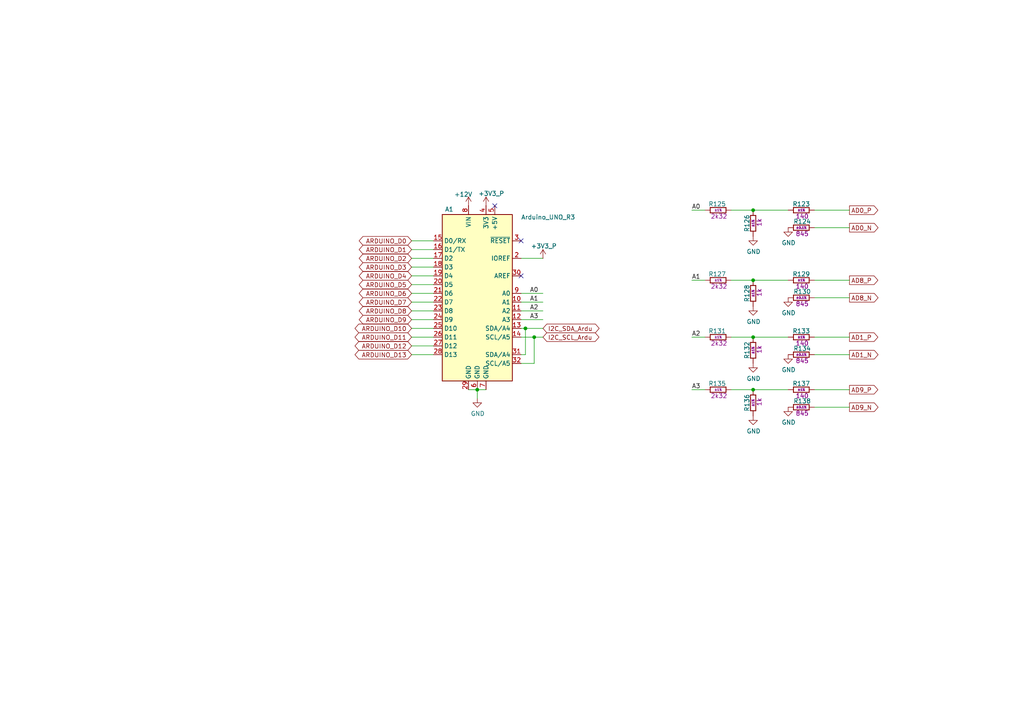
<source format=kicad_sch>
(kicad_sch (version 20250114) (generator "eeschema") (generator_version "9.0")
  (paper "A4")
  (title_block (date "2025-04-18") (rev "${rev}") (company "${name}") (comment 1 "${author}"))
  (lib_symbols
    (symbol "MCU_Module:Arduino_UNO_R3"
      (property "Reference" "A1" (at -9.398 24.384 0))
      (property "Value" "Arduino_UNO_R3" (at 12.7 22.098 0))
      (symbol "Arduino_UNO_R3_1_1"
        (pin bidirectional line (at -12.7 15.24 0) (length 2.54) (name "D0/RX") (number "15"))
        (pin bidirectional line (at -12.7 12.7 0) (length 2.54) (name "D1/TX") (number "16"))
        (pin bidirectional line (at -12.7 10.16 0) (length 2.54) (name "D2") (number "17"))
        (pin bidirectional line (at -12.7 7.62 0) (length 2.54) (name "D3") (number "18"))
        (pin bidirectional line (at -12.7 5.08 0) (length 2.54) (name "D4") (number "19"))
        (pin bidirectional line (at -12.7 2.54 0) (length 2.54) (name "D5") (number "20"))
        (pin bidirectional line (at -12.7 0 0) (length 2.54) (name "D6") (number "21"))
        (pin bidirectional line (at -12.7 -2.54 0) (length 2.54) (name "D7") (number "22"))
        (pin bidirectional line (at -12.7 -5.08 0) (length 2.54) (name "D8") (number "23"))
        (pin bidirectional line (at -12.7 -7.62 0) (length 2.54) (name "D9") (number "24"))
        (pin bidirectional line (at -12.7 -10.16 0) (length 2.54) (name "D10") (number "25"))
        (pin bidirectional line (at -12.7 -12.7 0) (length 2.54) (name "D11") (number "26"))
        (pin bidirectional line (at -12.7 -15.24 0) (length 2.54) (name "D12") (number "27"))
        (pin bidirectional line (at -12.7 -17.78 0) (length 2.54) (name "D13") (number "28"))
        (pin no_connect line (at -10.16 -20.32 0) (length 2.54) (hide yes) (name "NC") (number "1"))
        (pin power_in line (at -2.54 25.4 270) (length 2.54) (name "VIN") (number "8"))
        (pin power_in line (at -2.54 -27.94 90) (length 2.54) (name "GND") (number "29"))
        (pin power_in line (at 0 -27.94 90) (length 2.54) (name "GND") (number "6"))
        (pin power_in line (at 2.54 25.4 270) (length 2.54) (name "3V3") (number "4"))
        (pin power_in line (at 2.54 -27.94 90) (length 2.54) (name "GND") (number "7"))
        (pin power_out line (at 5.08 25.4 270) (length 2.54) (name "+5V") (number "5"))
        (pin input line (at 12.7 15.24 180) (length 2.54) (name "~{RESET}") (number "3"))
        (pin output line (at 12.7 10.16 180) (length 2.54) (name "IOREF") (number "2"))
        (pin input line (at 12.7 5.08 180) (length 2.54) (name "AREF") (number "30"))
        (pin bidirectional line (at 12.7 0 180) (length 2.54) (name "A0") (number "9"))
        (pin bidirectional line (at 12.7 -2.54 180) (length 2.54) (name "A1") (number "10"))
        (pin bidirectional line (at 12.7 -5.08 180) (length 2.54) (name "A2") (number "11"))
        (pin bidirectional line (at 12.7 -7.62 180) (length 2.54) (name "A3") (number "12"))
        (pin bidirectional line (at 12.7 -10.16 180) (length 2.54) (name "SDA/A4") (number "13"))
        (pin bidirectional line (at 12.7 -12.7 180) (length 2.54) (name "SCL/A5") (number "14"))
        (pin bidirectional line (at 12.7 -17.78 180) (length 2.54) (name "SDA/A4") (number "31"))
        (pin bidirectional line (at 12.7 -20.32 180) (length 2.54) (name "SCL/A5") (number "32"))
      )
    )
    (symbol "Resistors SMD:R0402_140R_1%_0.0625W_100PPM" (pin_names (offset 1.27))
      (property "Reference" "R" (at 3.81 1.778 0))
      (property "Tolerance" "±1%" (at 3.81 0 0))
      (property "Val" "140" (at 3.81 -1.778 0))
      (symbol "R0402_140R_1%_0.0625W_100PPM_0_1"
        (pin passive line (at 0 0 0) (length 1.524) (name "1") (number "1"))
        (pin passive line (at 7.62 0 180) (length 1.524) (name "2") (number "2"))
      )
    )
    (symbol "Resistors SMD:R0402_1K_1%_0.0625W_100PPM" (pin_names (offset 1.27))
      (property "Reference" "R" (at 3.81 1.778 0))
      (property "Tolerance" "±1%" (at 3.81 0 0))
      (property "Val" "1k" (at 3.81 -1.778 0))
      (symbol "R0402_1K_1%_0.0625W_100PPM_0_1"
        (pin passive line (at 0 0 0) (length 1.524) (name "1") (number "1"))
        (pin passive line (at 7.62 0 180) (length 1.524) (name "2") (number "2"))
      )
    )
    (symbol "Resistors SMD:R0402_2K_1%_0.0625W_100PPM" (pin_names (offset 1.27))
      (property "Reference" "R" (at 3.81 1.778 0))
      (property "Tolerance" "±1%" (at 3.81 0 0))
      (property "Val" "2k" (at 3.81 -1.778 0))
      (symbol "R0402_2K_1%_0.0625W_100PPM_0_1"
        (pin passive line (at 0 0 0) (length 1.524) (name "1") (number "1"))
        (pin passive line (at 7.62 0 180) (length 1.524) (name "2") (number "2"))
      )
    )
    (symbol "Resistors SMD:R0402_820R_0.1%_0.063W_25PPM" (pin_names (offset 1.27))
      (property "Reference" "R" (at 3.81 1.778 0))
      (property "Tolerance" "±0.1%" (at 3.81 0 0))
      (property "Val" "820" (at 3.81 -1.778 0))
      (symbol "R0402_820R_0.1%_0.063W_25PPM_0_1"
        (pin passive line (at 0 0 0) (length 1.524) (name "1") (number "1"))
        (pin passive line (at 7.62 0 180) (length 1.524) (name "2") (number "2"))
      )
    )
    (symbol "power:+12V" (power) (pin_numbers (hide yes)) (pin_names (offset 0) (hide yes))
      (property "Value" "+12V" (at 0 3.556 0))
      (symbol "+12V_1_1"
        (pin power_in line (at 0 0 90) (length 0) (name "~") (number "1"))
      )
    )
    (symbol "power:+1V0" (power) (pin_numbers (hide yes)) (pin_names (offset 0) (hide yes))
      (property "Value" "+1V0" (at 0 3.556 0))
      (symbol "+1V0_1_1"
        (pin power_in line (at 0 0 90) (length 0) (name "~") (number "1"))
      )
    )
    (symbol "power:GND" (power) (pin_names (offset 0))
      (property "Value" "GND" (at 0 -3.81 0))
      (symbol "GND_1_1"
        (pin power_in line (at 0 0 270) (length 0) (hide yes) (name "GND") (number "1"))
      )
    )
  )
  (junction (at 154.94 97.79))
  (junction (at 218.44 81.28))
  (junction (at 218.44 60.96))
  (junction (at 138.43 113.03))
  (junction (at 218.44 97.79))
  (junction (at 218.44 113.03))
  (junction (at 152.4 95.25))
  (no_connect (at 151.13 69.85))
  (no_connect (at 151.13 80.01))
  (no_connect (at 143.51 59.69))
  (wire (pts (xy 236.22 113.03) (xy 246.38 113.03)))
  (wire (pts (xy 212.09 97.79) (xy 218.44 97.79)))
  (wire (pts (xy 119.38 77.47) (xy 125.73 77.47)))
  (wire (pts (xy 212.09 113.03) (xy 218.44 113.03)))
  (wire (pts (xy 151.13 102.87) (xy 152.4 102.87)))
  (wire (pts (xy 151.13 97.79) (xy 154.94 97.79)))
  (wire (pts (xy 151.13 87.63) (xy 157.48 87.63)))
  (wire (pts (xy 236.22 66.04) (xy 246.38 66.04)))
  (wire (pts (xy 200.66 81.28) (xy 204.47 81.28)))
  (wire (pts (xy 200.66 113.03) (xy 204.47 113.03)))
  (wire (pts (xy 119.38 74.93) (xy 125.73 74.93)))
  (wire (pts (xy 119.38 97.79) (xy 125.73 97.79)))
  (wire (pts (xy 200.66 60.96) (xy 204.47 60.96)))
  (wire (pts (xy 236.22 86.36) (xy 246.38 86.36)))
  (wire (pts (xy 200.66 97.79) (xy 204.47 97.79)))
  (wire (pts (xy 151.13 90.17) (xy 157.48 90.17)))
  (wire (pts (xy 135.89 113.03) (xy 138.43 113.03)))
  (wire (pts (xy 119.38 90.17) (xy 125.73 90.17)))
  (wire (pts (xy 236.22 81.28) (xy 246.38 81.28)))
  (wire (pts (xy 151.13 92.71) (xy 157.48 92.71)))
  (wire (pts (xy 138.43 113.03) (xy 138.43 115.57)))
  (wire (pts (xy 236.22 97.79) (xy 246.38 97.79)))
  (wire (pts (xy 138.43 113.03) (xy 140.97 113.03)))
  (wire (pts (xy 212.09 60.96) (xy 218.44 60.96)))
  (wire (pts (xy 151.13 105.41) (xy 154.94 105.41)))
  (wire (pts (xy 218.44 113.03) (xy 228.6 113.03)))
  (wire (pts (xy 236.22 118.11) (xy 246.38 118.11)))
  (wire (pts (xy 152.4 102.87) (xy 152.4 95.25)))
  (wire (pts (xy 119.38 72.39) (xy 125.73 72.39)))
  (wire (pts (xy 151.13 85.09) (xy 157.48 85.09)))
  (wire (pts (xy 119.38 82.55) (xy 125.73 82.55)))
  (wire (pts (xy 218.44 81.28) (xy 228.6 81.28)))
  (wire (pts (xy 151.13 95.25) (xy 152.4 95.25)))
  (wire (pts (xy 119.38 69.85) (xy 125.73 69.85)))
  (wire (pts (xy 236.22 102.87) (xy 246.38 102.87)))
  (wire (pts (xy 119.38 100.33) (xy 125.73 100.33)))
  (wire (pts (xy 119.38 102.87) (xy 125.73 102.87)))
  (wire (pts (xy 154.94 97.79) (xy 154.94 105.41)))
  (wire (pts (xy 236.22 60.96) (xy 246.38 60.96)))
  (wire (pts (xy 218.44 97.79) (xy 228.6 97.79)))
  (wire (pts (xy 218.44 60.96) (xy 228.6 60.96)))
  (wire (pts (xy 119.38 80.01) (xy 125.73 80.01)))
  (wire (pts (xy 119.38 87.63) (xy 125.73 87.63)))
  (wire (pts (xy 119.38 95.25) (xy 125.73 95.25)))
  (wire (pts (xy 151.13 74.93) (xy 157.48 74.93)))
  (wire (pts (xy 154.94 97.79) (xy 157.48 97.79)))
  (wire (pts (xy 119.38 85.09) (xy 125.73 85.09)))
  (wire (pts (xy 119.38 92.71) (xy 125.73 92.71)))
  (wire (pts (xy 152.4 95.25) (xy 157.48 95.25)))
  (wire (pts (xy 212.09 81.28) (xy 218.44 81.28)))
  (label "A1" (at 153.67 87.63 0))
  (label "A1" (at 200.66 81.28 0))
  (label "A3" (at 153.67 92.71 0))
  (label "A0" (at 200.66 60.96 0))
  (label "A2" (at 200.66 97.79 0))
  (label "A3" (at 200.66 113.03 0))
  (label "A0" (at 153.67 85.09 0))
  (label "A2" (at 153.67 90.17 0))
  (global_label "I2C_SCL_Ardu" (shape bidirectional) (at 157.48 97.79 0) (property "Intersheetrefs" "${INTERSHEET_REFS}" (effects (hide yes))))
  (global_label "ARDUINO_D8" (shape bidirectional) (at 119.38 90.17 180) (property "Intersheetrefs" "${INTERSHEET_REFS}" (effects (hide yes))))
  (global_label "AD9_P" (shape output) (at 246.38 113.03 0) (property "Intersheetrefs" "${INTERSHEET_REFS}" (effects (hide yes))))
  (global_label "AD0_P" (shape output) (at 246.38 60.96 0) (property "Intersheetrefs" "${INTERSHEET_REFS}" (effects (hide yes))))
  (global_label "AD1_N" (shape output) (at 246.38 102.87 0) (property "Intersheetrefs" "${INTERSHEET_REFS}" (effects (hide yes))))
  (global_label "ARDUINO_D13" (shape bidirectional) (at 119.38 102.87 180) (property "Intersheetrefs" "${INTERSHEET_REFS}" (effects (hide yes))))
  (global_label "ARDUINO_D0" (shape bidirectional) (at 119.38 69.85 180) (property "Intersheetrefs" "${INTERSHEET_REFS}" (effects (hide yes))))
  (global_label "ARDUINO_D5" (shape bidirectional) (at 119.38 82.55 180) (property "Intersheetrefs" "${INTERSHEET_REFS}" (effects (hide yes))))
  (global_label "ARDUINO_D1" (shape bidirectional) (at 119.38 72.39 180) (property "Intersheetrefs" "${INTERSHEET_REFS}" (effects (hide yes))))
  (global_label "AD9_N" (shape output) (at 246.38 118.11 0) (property "Intersheetrefs" "${INTERSHEET_REFS}" (effects (hide yes))))
  (global_label "AD8_P" (shape output) (at 246.38 81.28 0) (property "Intersheetrefs" "${INTERSHEET_REFS}" (effects (hide yes))))
  (global_label "ARDUINO_D9" (shape bidirectional) (at 119.38 92.71 180) (property "Intersheetrefs" "${INTERSHEET_REFS}" (effects (hide yes))))
  (global_label "ARDUINO_D11" (shape bidirectional) (at 119.38 97.79 180) (property "Intersheetrefs" "${INTERSHEET_REFS}" (effects (hide yes))))
  (global_label "ARDUINO_D2" (shape bidirectional) (at 119.38 74.93 180) (property "Intersheetrefs" "${INTERSHEET_REFS}" (effects (hide yes))))
  (global_label "ARDUINO_D12" (shape bidirectional) (at 119.38 100.33 180) (property "Intersheetrefs" "${INTERSHEET_REFS}" (effects (hide yes))))
  (global_label "ARDUINO_D4" (shape bidirectional) (at 119.38 80.01 180) (property "Intersheetrefs" "${INTERSHEET_REFS}" (effects (hide yes))))
  (global_label "ARDUINO_D10" (shape bidirectional) (at 119.38 95.25 180) (property "Intersheetrefs" "${INTERSHEET_REFS}" (effects (hide yes))))
  (global_label "AD8_N" (shape output) (at 246.38 86.36 0) (property "Intersheetrefs" "${INTERSHEET_REFS}" (effects (hide yes))))
  (global_label "ARDUINO_D3" (shape bidirectional) (at 119.38 77.47 180) (property "Intersheetrefs" "${INTERSHEET_REFS}" (effects (hide yes))))
  (global_label "AD1_P" (shape output) (at 246.38 97.79 0) (property "Intersheetrefs" "${INTERSHEET_REFS}" (effects (hide yes))))
  (global_label "ARDUINO_D6" (shape bidirectional) (at 119.38 85.09 180) (property "Intersheetrefs" "${INTERSHEET_REFS}" (effects (hide yes))))
  (global_label "ARDUINO_D7" (shape bidirectional) (at 119.38 87.63 180) (property "Intersheetrefs" "${INTERSHEET_REFS}" (effects (hide yes))))
  (global_label "AD0_N" (shape output) (at 246.38 66.04 0) (property "Intersheetrefs" "${INTERSHEET_REFS}" (effects (hide yes))))
  (global_label "I2C_SDA_Ardu" (shape bidirectional) (at 157.48 95.25 0) (property "Intersheetrefs" "${INTERSHEET_REFS}" (effects (hide yes))))
  (symbol (lib_id "Resistors SMD:R0402_820R_0.1%_0.063W_25PPM") (at 228.6 102.87 0) (unit 1)
    (property "Reference" "R134" (at 232.664 101.092 0))
    (property "Value" "R0402_845R_0.1%_0.063W_25PPM" (effects (hide yes)))
    (property "Footprint" "Resistors SMD:RESC1005X40N" (effects (hide yes)))
    (property "Datasheet" "\\\\cern.ch\\dfs\\Applications\\Altium\\Datasheets\\R0402_TYCO_CPF.pdf" (effects (hide yes)))
    (property "Description" "Thin Film Precision Resistor" (effects (hide yes)))
    (property "Tolerance" "±0.1%" (at 232.41 102.87 0) (effects (font (size 0.635 0.635))))
    (property "Val" "845" (at 232.664 104.648 0))
    (property "Part Number" "R0402_845R_0.1%_0.063W_25PPM" (effects (hide yes)))
    (property "Library Ref" "Resistor - 0.1%" (effects (hide yes)))
    (property "Library Path" "SchLib\\Resistors.SchLib" (effects (hide yes)))
    (property "Comment" "845" (effects (hide yes)))
    (property "Component Kind" "Standard" (effects (hide yes)))
    (property "Component Type" "Standard" (effects (hide yes)))
    (property "PackageDescription" " " (effects (hide yes)))
    (property "Pin Count" "2" (effects (hide yes)))
    (property "Footprint Path" "PcbLib\\Resistors SMD.PcbLib" (effects (hide yes)))
    (property "Footprint Ref" "RESC1005X40N" (effects (hide yes)))
    (property "Status" "Not Recommended" (effects (hide yes)))
    (property "Power" "0.063W" (effects (hide yes)))
    (property "TC" "±25ppm/°C" (effects (hide yes)))
    (property "Voltage" " " (effects (hide yes)))
    (property "Part Description" "Thin Film Precision Resistor" (effects (hide yes)))
    (property "Manufacturer" "GENERIC" (effects (hide yes)))
    (property "Manufacturer Part Number" "R0402_845R_0.1%_0.063W_25PPM" (effects (hide yes)))
    (property "Case" "0402" (effects (hide yes)))
    (property "PressFit" "No" (effects (hide yes)))
    (property "Mounted" "Yes" (effects (hide yes)))
    (property "Sense Comment" " " (effects (hide yes)))
    (property "Sense" "No" (effects (hide yes)))
    (property "Status Comment" " " (effects (hide yes)))
    (property "Socket" "No" (effects (hide yes)))
    (property "SMD" "Yes" (effects (hide yes)))
    (property "ComponentHeight" " " (effects (hide yes)))
    (property "Manufacturer1 Example" "TE CONNECTIVITY" (effects (hide yes)))
    (property "Manufacturer1 ComponentHeight" "0.4mm" (effects (hide yes)))
    (property "HelpURL" "\\\\cern.ch\\dfs\\Applications\\Altium\\Datasheets\\R0402_TYCO_CPF.pdf" (effects (hide yes)))
    (property "Author" "CERN DEM HF" (effects (hide yes)))
    (property "CreateDate" "05/25/23 00:00:00" (effects (hide yes)))
    (property "LatestRevisionDate" "05/25/23 00:00:00" (effects (hide yes)))
    (property "Database Table Name" "Resistors" (effects (hide yes)))
    (property "Library Name" "Resistors SMD" (effects (hide yes)))
    (property "Footprint Library" "Resistors SMD" (effects (hide yes)))
    (property "License" "CC-BY-SA 4.0" (effects (hide yes)))
  )
  (symbol (lib_id "Resistors SMD:R0402_140R_1%_0.0625W_100PPM") (at 228.6 113.03 0) (unit 1)
    (property "Reference" "R137" (at 232.41 111.252 0))
    (property "Value" "R0402_140R_1%_0.0625W_100PPM" (effects (hide yes)))
    (property "Footprint" "Resistors SMD:RESC1005X40N" (effects (hide yes)))
    (property "Datasheet" "\\\\cern.ch\\dfs\\Applications\\Altium\\Datasheets\\R0402_Phycomp_RC0402.pdf" (effects (hide yes)))
    (property "Description" "General Purpose Thick Film Chip Resistor" (effects (hide yes)))
    (property "Tolerance" "±1%" (at 232.41 113.03 0) (effects (font (size 0.635 0.635))))
    (property "Val" "140" (at 232.664 114.808 0))
    (property "Part Number" "R0402_140R_1%_0.0625W_100PPM" (effects (hide yes)))
    (property "Library Ref" "Resistor - 1%" (effects (hide yes)))
    (property "Library Path" "SchLib\\Resistors.SchLib" (effects (hide yes)))
    (property "Comment" "140" (effects (hide yes)))
    (property "Component Kind" "Standard" (effects (hide yes)))
    (property "Component Type" "Standard" (effects (hide yes)))
    (property "PackageDescription" " " (effects (hide yes)))
    (property "Pin Count" "2" (effects (hide yes)))
    (property "Footprint Path" "PcbLib\\Resistors SMD.PcbLib" (effects (hide yes)))
    (property "Footprint Ref" "RESC1005X40N" (effects (hide yes)))
    (property "Status" "Not Recommended" (effects (hide yes)))
    (property "Power" "0.0625W" (effects (hide yes)))
    (property "TC" "±100ppm/°C" (effects (hide yes)))
    (property "Voltage" " " (effects (hide yes)))
    (property "Part Description" "General Purpose Thick Film Chip Resistor" (effects (hide yes)))
    (property "Manufacturer" "GENERIC" (effects (hide yes)))
    (property "Manufacturer Part Number" "R0402_140R_1%_0.0625W_100PPM" (effects (hide yes)))
    (property "Case" "0402" (effects (hide yes)))
    (property "PressFit" "No" (effects (hide yes)))
    (property "Mounted" "Yes" (effects (hide yes)))
    (property "Sense Comment" " " (effects (hide yes)))
    (property "Sense" "No" (effects (hide yes)))
    (property "Status Comment" " " (effects (hide yes)))
    (property "Socket" "No" (effects (hide yes)))
    (property "SMD" "Yes" (effects (hide yes)))
    (property "ComponentHeight" " " (effects (hide yes)))
    (property "Manufacturer1 Example" "YAGEO PHYCOMP" (effects (hide yes)))
    (property "Manufacturer1 Part Number" "232270671401L or RC0402FR-07140RL" (effects (hide yes)))
    (property "Manufacturer1 ComponentHeight" "0.4mm" (effects (hide yes)))
    (property "HelpURL" "\\\\cern.ch\\dfs\\Applications\\Altium\\Datasheets\\R0402_Phycomp_RC0402.pdf" (effects (hide yes)))
    (property "Author" "CERN DEM BC" (effects (hide yes)))
    (property "CreateDate" "07/29/15 00:00:00" (effects (hide yes)))
    (property "LatestRevisionDate" "07/29/15 00:00:00" (effects (hide yes)))
    (property "Database Table Name" "Resistors" (effects (hide yes)))
    (property "Library Name" "Resistors SMD" (effects (hide yes)))
    (property "Footprint Library" "Resistors SMD" (effects (hide yes)))
    (property "License" "CC-BY-SA 4.0" (effects (hide yes)))
  )
  (symbol (lib_id "Resistors SMD:R0402_2K_1%_0.0625W_100PPM") (at 204.47 97.79 0) (unit 1)
    (property "Reference" "R131" (at 208.026 96.012 0))
    (property "Value" "R0402_2K32_1%_0.0625W_100PPM" (effects (hide yes)))
    (property "Footprint" "Resistors SMD:RESC1005X40N" (effects (hide yes)))
    (property "Datasheet" "\\\\cern.ch\\dfs\\Applications\\Altium\\Datasheets\\R0402_Phycomp_RC0402.pdf" (effects (hide yes)))
    (property "Description" "General Purpose Thick Film Chip Resistor" (effects (hide yes)))
    (property "Tolerance" "±1%" (at 208.28 97.79 0) (effects (font (size 0.635 0.635))))
    (property "Val" "2k32" (at 208.534 99.568 0))
    (property "Part Number" "R0402_2K32_1%_0.0625W_100PPM" (effects (hide yes)))
    (property "Library Ref" "Resistor - 1%" (effects (hide yes)))
    (property "Library Path" "SchLib\\Resistors.SchLib" (effects (hide yes)))
    (property "Comment" "2k" (effects (hide yes)))
    (property "Component Kind" "Standard" (effects (hide yes)))
    (property "Component Type" "Standard" (effects (hide yes)))
    (property "PackageDescription" " " (effects (hide yes)))
    (property "Pin Count" "2" (effects (hide yes)))
    (property "Footprint Path" "PcbLib\\Resistors SMD.PcbLib" (effects (hide yes)))
    (property "Footprint Ref" "RESC1005X40N" (effects (hide yes)))
    (property "Status" "Not Recommended" (effects (hide yes)))
    (property "Power" "0.0625W" (effects (hide yes)))
    (property "TC" "±100ppm/°C" (effects (hide yes)))
    (property "Voltage" " " (effects (hide yes)))
    (property "Part Description" "General Purpose Thick Film Chip Resistor" (effects (hide yes)))
    (property "Manufacturer" "GENERIC" (effects (hide yes)))
    (property "Manufacturer Part Number" "R0402_2K32_1%_0.0625W_100PPM" (effects (hide yes)))
    (property "Case" "0402" (effects (hide yes)))
    (property "PressFit" "No" (effects (hide yes)))
    (property "Mounted" "Yes" (effects (hide yes)))
    (property "Sense Comment" " " (effects (hide yes)))
    (property "Sense" "No" (effects (hide yes)))
    (property "Status Comment" " " (effects (hide yes)))
    (property "Socket" "No" (effects (hide yes)))
    (property "SMD" "Yes" (effects (hide yes)))
    (property "ComponentHeight" " " (effects (hide yes)))
    (property "Manufacturer1 Example" "YAGEO PHYCOMP" (effects (hide yes)))
    (property "Manufacturer1 ComponentHeight" "0.4mm" (effects (hide yes)))
    (property "HelpURL" "\\\\cern.ch\\dfs\\Applications\\Altium\\Datasheets\\R0402_Phycomp_RC0402.pdf" (effects (hide yes)))
    (property "Author" "CERN DEM JLC" (effects (hide yes)))
    (property "CreateDate" "12/03/07 00:00:00" (effects (hide yes)))
    (property "LatestRevisionDate" "10/17/12 00:00:00" (effects (hide yes)))
    (property "Database Table Name" "Resistors" (effects (hide yes)))
    (property "Library Name" "Resistors SMD" (effects (hide yes)))
    (property "Footprint Library" "Resistors SMD" (effects (hide yes)))
    (property "License" "CC-BY-SA 4.0" (effects (hide yes)))
  )
  (symbol (lib_id "Resistors SMD:R0402_2K_1%_0.0625W_100PPM") (at 204.47 60.96 0) (unit 1)
    (property "Reference" "R125" (at 208.026 59.182 0))
    (property "Value" "R0402_2K32_1%_0.0625W_100PPM" (effects (hide yes)))
    (property "Footprint" "Resistors SMD:RESC1005X40N" (effects (hide yes)))
    (property "Datasheet" "\\\\cern.ch\\dfs\\Applications\\Altium\\Datasheets\\R0402_Phycomp_RC0402.pdf" (effects (hide yes)))
    (property "Description" "General Purpose Thick Film Chip Resistor" (effects (hide yes)))
    (property "Tolerance" "±1%" (at 208.28 60.96 0) (effects (font (size 0.635 0.635))))
    (property "Val" "2k32" (at 208.534 62.738 0))
    (property "Part Number" "R0402_2K32_1%_0.0625W_100PPM" (effects (hide yes)))
    (property "Library Ref" "Resistor - 1%" (effects (hide yes)))
    (property "Library Path" "SchLib\\Resistors.SchLib" (effects (hide yes)))
    (property "Comment" "2k" (effects (hide yes)))
    (property "Component Kind" "Standard" (effects (hide yes)))
    (property "Component Type" "Standard" (effects (hide yes)))
    (property "PackageDescription" " " (effects (hide yes)))
    (property "Pin Count" "2" (effects (hide yes)))
    (property "Footprint Path" "PcbLib\\Resistors SMD.PcbLib" (effects (hide yes)))
    (property "Footprint Ref" "RESC1005X40N" (effects (hide yes)))
    (property "Status" "Not Recommended" (effects (hide yes)))
    (property "Power" "0.0625W" (effects (hide yes)))
    (property "TC" "±100ppm/°C" (effects (hide yes)))
    (property "Voltage" " " (effects (hide yes)))
    (property "Part Description" "General Purpose Thick Film Chip Resistor" (effects (hide yes)))
    (property "Manufacturer" "GENERIC" (effects (hide yes)))
    (property "Manufacturer Part Number" "R0402_2K32_1%_0.0625W_100PPM" (effects (hide yes)))
    (property "Case" "0402" (effects (hide yes)))
    (property "PressFit" "No" (effects (hide yes)))
    (property "Mounted" "Yes" (effects (hide yes)))
    (property "Sense Comment" " " (effects (hide yes)))
    (property "Sense" "No" (effects (hide yes)))
    (property "Status Comment" " " (effects (hide yes)))
    (property "Socket" "No" (effects (hide yes)))
    (property "SMD" "Yes" (effects (hide yes)))
    (property "ComponentHeight" " " (effects (hide yes)))
    (property "Manufacturer1 Example" "YAGEO PHYCOMP" (effects (hide yes)))
    (property "Manufacturer1 ComponentHeight" "0.4mm" (effects (hide yes)))
    (property "HelpURL" "\\\\cern.ch\\dfs\\Applications\\Altium\\Datasheets\\R0402_Phycomp_RC0402.pdf" (effects (hide yes)))
    (property "Author" "CERN DEM JLC" (effects (hide yes)))
    (property "CreateDate" "12/03/07 00:00:00" (effects (hide yes)))
    (property "LatestRevisionDate" "10/17/12 00:00:00" (effects (hide yes)))
    (property "Database Table Name" "Resistors" (effects (hide yes)))
    (property "Library Name" "Resistors SMD" (effects (hide yes)))
    (property "Footprint Library" "Resistors SMD" (effects (hide yes)))
    (property "License" "CC-BY-SA 4.0" (effects (hide yes)))
  )
  (symbol (lib_id "power:GND") (at 218.44 68.58 0) (unit 1)
    (property "Reference" "#PWR0286" (effects (hide yes)))
    (property "Value" "GND" (at 218.567 72.9742 0))
  )
  (symbol (lib_id "Resistors SMD:R0402_140R_1%_0.0625W_100PPM") (at 228.6 60.96 0) (unit 1)
    (property "Reference" "R123" (at 232.41 59.182 0))
    (property "Value" "R0402_140R_1%_0.0625W_100PPM" (effects (hide yes)))
    (property "Footprint" "Resistors SMD:RESC1005X40N" (effects (hide yes)))
    (property "Datasheet" "\\\\cern.ch\\dfs\\Applications\\Altium\\Datasheets\\R0402_Phycomp_RC0402.pdf" (effects (hide yes)))
    (property "Description" "General Purpose Thick Film Chip Resistor" (effects (hide yes)))
    (property "Tolerance" "±1%" (at 232.41 60.96 0) (effects (font (size 0.635 0.635))))
    (property "Val" "140" (at 232.664 62.738 0))
    (property "Part Number" "R0402_140R_1%_0.0625W_100PPM" (effects (hide yes)))
    (property "Library Ref" "Resistor - 1%" (effects (hide yes)))
    (property "Library Path" "SchLib\\Resistors.SchLib" (effects (hide yes)))
    (property "Comment" "140" (effects (hide yes)))
    (property "Component Kind" "Standard" (effects (hide yes)))
    (property "Component Type" "Standard" (effects (hide yes)))
    (property "PackageDescription" " " (effects (hide yes)))
    (property "Pin Count" "2" (effects (hide yes)))
    (property "Footprint Path" "PcbLib\\Resistors SMD.PcbLib" (effects (hide yes)))
    (property "Footprint Ref" "RESC1005X40N" (effects (hide yes)))
    (property "Status" "Not Recommended" (effects (hide yes)))
    (property "Power" "0.0625W" (effects (hide yes)))
    (property "TC" "±100ppm/°C" (effects (hide yes)))
    (property "Voltage" " " (effects (hide yes)))
    (property "Part Description" "General Purpose Thick Film Chip Resistor" (effects (hide yes)))
    (property "Manufacturer" "GENERIC" (effects (hide yes)))
    (property "Manufacturer Part Number" "R0402_140R_1%_0.0625W_100PPM" (effects (hide yes)))
    (property "Case" "0402" (effects (hide yes)))
    (property "PressFit" "No" (effects (hide yes)))
    (property "Mounted" "Yes" (effects (hide yes)))
    (property "Sense Comment" " " (effects (hide yes)))
    (property "Sense" "No" (effects (hide yes)))
    (property "Status Comment" " " (effects (hide yes)))
    (property "Socket" "No" (effects (hide yes)))
    (property "SMD" "Yes" (effects (hide yes)))
    (property "ComponentHeight" " " (effects (hide yes)))
    (property "Manufacturer1 Example" "YAGEO PHYCOMP" (effects (hide yes)))
    (property "Manufacturer1 Part Number" "232270671401L or RC0402FR-07140RL" (effects (hide yes)))
    (property "Manufacturer1 ComponentHeight" "0.4mm" (effects (hide yes)))
    (property "HelpURL" "\\\\cern.ch\\dfs\\Applications\\Altium\\Datasheets\\R0402_Phycomp_RC0402.pdf" (effects (hide yes)))
    (property "Author" "CERN DEM BC" (effects (hide yes)))
    (property "CreateDate" "07/29/15 00:00:00" (effects (hide yes)))
    (property "LatestRevisionDate" "07/29/15 00:00:00" (effects (hide yes)))
    (property "Database Table Name" "Resistors" (effects (hide yes)))
    (property "Library Name" "Resistors SMD" (effects (hide yes)))
    (property "Footprint Library" "Resistors SMD" (effects (hide yes)))
    (property "License" "CC-BY-SA 4.0" (effects (hide yes)))
  )
  (symbol (lib_id "Resistors SMD:R0402_2K_1%_0.0625W_100PPM") (at 204.47 113.03 0) (unit 1)
    (property "Reference" "R135" (at 208.026 111.252 0))
    (property "Value" "R0402_2K32_1%_0.0625W_100PPM" (effects (hide yes)))
    (property "Footprint" "Resistors SMD:RESC1005X40N" (effects (hide yes)))
    (property "Datasheet" "\\\\cern.ch\\dfs\\Applications\\Altium\\Datasheets\\R0402_Phycomp_RC0402.pdf" (effects (hide yes)))
    (property "Description" "General Purpose Thick Film Chip Resistor" (effects (hide yes)))
    (property "Tolerance" "±1%" (at 208.28 113.03 0) (effects (font (size 0.635 0.635))))
    (property "Val" "2k32" (at 208.534 114.808 0))
    (property "Part Number" "R0402_2K32_1%_0.0625W_100PPM" (effects (hide yes)))
    (property "Library Ref" "Resistor - 1%" (effects (hide yes)))
    (property "Library Path" "SchLib\\Resistors.SchLib" (effects (hide yes)))
    (property "Comment" "2k" (effects (hide yes)))
    (property "Component Kind" "Standard" (effects (hide yes)))
    (property "Component Type" "Standard" (effects (hide yes)))
    (property "PackageDescription" " " (effects (hide yes)))
    (property "Pin Count" "2" (effects (hide yes)))
    (property "Footprint Path" "PcbLib\\Resistors SMD.PcbLib" (effects (hide yes)))
    (property "Footprint Ref" "RESC1005X40N" (effects (hide yes)))
    (property "Status" "Not Recommended" (effects (hide yes)))
    (property "Power" "0.0625W" (effects (hide yes)))
    (property "TC" "±100ppm/°C" (effects (hide yes)))
    (property "Voltage" " " (effects (hide yes)))
    (property "Part Description" "General Purpose Thick Film Chip Resistor" (effects (hide yes)))
    (property "Manufacturer" "GENERIC" (effects (hide yes)))
    (property "Manufacturer Part Number" "R0402_2K32_1%_0.0625W_100PPM" (effects (hide yes)))
    (property "Case" "0402" (effects (hide yes)))
    (property "PressFit" "No" (effects (hide yes)))
    (property "Mounted" "Yes" (effects (hide yes)))
    (property "Sense Comment" " " (effects (hide yes)))
    (property "Sense" "No" (effects (hide yes)))
    (property "Status Comment" " " (effects (hide yes)))
    (property "Socket" "No" (effects (hide yes)))
    (property "SMD" "Yes" (effects (hide yes)))
    (property "ComponentHeight" " " (effects (hide yes)))
    (property "Manufacturer1 Example" "YAGEO PHYCOMP" (effects (hide yes)))
    (property "Manufacturer1 ComponentHeight" "0.4mm" (effects (hide yes)))
    (property "HelpURL" "\\\\cern.ch\\dfs\\Applications\\Altium\\Datasheets\\R0402_Phycomp_RC0402.pdf" (effects (hide yes)))
    (property "Author" "CERN DEM JLC" (effects (hide yes)))
    (property "CreateDate" "12/03/07 00:00:00" (effects (hide yes)))
    (property "LatestRevisionDate" "10/17/12 00:00:00" (effects (hide yes)))
    (property "Database Table Name" "Resistors" (effects (hide yes)))
    (property "Library Name" "Resistors SMD" (effects (hide yes)))
    (property "Footprint Library" "Resistors SMD" (effects (hide yes)))
    (property "License" "CC-BY-SA 4.0" (effects (hide yes)))
  )
  (symbol (lib_id "Resistors SMD:R0402_1K_1%_0.0625W_100PPM") (at 218.44 113.03 270) (unit 1)
    (property "Reference" "R136" (at 216.662 116.84 0))
    (property "Value" "R0402_1K_1%_0.0625W_100PPM" (effects (hide yes)))
    (property "Footprint" "Resistors SMD:RESC1005X40N" (effects (hide yes)))
    (property "Datasheet" "\\\\cern.ch\\dfs\\Applications\\Altium\\Datasheets\\R0402_Phycomp_RC0402.pdf" (effects (hide yes)))
    (property "Description" "General Purpose Thick Film Chip Resistor" (effects (hide yes)))
    (property "Tolerance" "±1%" (at 218.44 116.84 0) (effects (font (size 0.635 0.635))))
    (property "Val" "1k" (at 220.218 116.586 0))
    (property "Part Number" "R0402_1K_1%_0.0625W_100PPM" (effects (hide yes)))
    (property "Library Ref" "Resistor - 1%" (effects (hide yes)))
    (property "Library Path" "SchLib\\Resistors.SchLib" (effects (hide yes)))
    (property "Comment" "1k" (effects (hide yes)))
    (property "Component Kind" "Standard" (effects (hide yes)))
    (property "Component Type" "Standard" (effects (hide yes)))
    (property "PackageDescription" " " (effects (hide yes)))
    (property "Pin Count" "2" (effects (hide yes)))
    (property "Footprint Path" "PcbLib\\Resistors SMD.PcbLib" (effects (hide yes)))
    (property "Footprint Ref" "RESC1005X40N" (effects (hide yes)))
    (property "Status" "Not Recommended" (effects (hide yes)))
    (property "Power" "0.0625W" (effects (hide yes)))
    (property "TC" "±100ppm/°C" (effects (hide yes)))
    (property "Voltage" " " (effects (hide yes)))
    (property "Part Description" "General Purpose Thick Film Chip Resistor" (effects (hide yes)))
    (property "Manufacturer" "GENERIC" (effects (hide yes)))
    (property "Manufacturer Part Number" "R0402_1K_1%_0.0625W_100PPM" (effects (hide yes)))
    (property "Case" "0402" (effects (hide yes)))
    (property "PressFit" "No" (effects (hide yes)))
    (property "Mounted" "Yes" (effects (hide yes)))
    (property "Sense Comment" " " (effects (hide yes)))
    (property "Sense" "No" (effects (hide yes)))
    (property "Status Comment" " " (effects (hide yes)))
    (property "Socket" "No" (effects (hide yes)))
    (property "SMD" "Yes" (effects (hide yes)))
    (property "ComponentHeight" " " (effects (hide yes)))
    (property "Manufacturer1 Example" "YAGEO PHYCOMP" (effects (hide yes)))
    (property "Manufacturer1 Part Number" "232270671002L" (effects (hide yes)))
    (property "Manufacturer1 ComponentHeight" "0.4mm" (effects (hide yes)))
    (property "HelpURL" "\\\\cern.ch\\dfs\\Applications\\Altium\\Datasheets\\R0402_Phycomp_RC0402.pdf" (effects (hide yes)))
    (property "Author" "CERN DEM JLC" (effects (hide yes)))
    (property "CreateDate" "12/03/07 00:00:00" (effects (hide yes)))
    (property "LatestRevisionDate" "10/17/12 00:00:00" (effects (hide yes)))
    (property "Database Table Name" "Resistors" (effects (hide yes)))
    (property "Library Name" "Resistors SMD" (effects (hide yes)))
    (property "Footprint Library" "Resistors SMD" (effects (hide yes)))
    (property "License" "CC-BY-SA 4.0" (effects (hide yes)))
  )
  (symbol (lib_id "MCU_Module:Arduino_UNO_R3") (at 138.43 85.09 0) (unit 1)
    (property "Reference" "A1" (at 129.032 60.706 0) (effects (justify left)))
    (property "Value" "Arduino_UNO_R3" (at 151.13 62.992 0) (effects (justify left)))
    (property "Footprint" "Module:Arduino_UNO_R3" (effects (hide yes)))
    (property "Datasheet" "https://www.arduino.cc/en/Main/arduinoBoardUno" (effects (hide yes)))
    (property "Description" "Arduino UNO Microcontroller Module, release 3" (effects (hide yes)))
  )
  (symbol (lib_id "power:+12V") (at 135.89 59.69 0) (unit 1)
    (property "Reference" "#PWR0295" (effects (hide yes)))
    (property "Value" "+12V" (at 134.366 56.388 0))
    (property "Description" "Power symbol creates a global label with name \"+12V\"" (effects (hide yes)))
  )
  (symbol (lib_id "power:+1V0") (at 157.48 74.93 0) (unit 1)
    (property "Reference" "#PWR0352" (effects (hide yes)))
    (property "Value" "+3V3_P" (at 157.734 71.374 0))
    (property "Description" "Power symbol creates a global label with name \"+1V0\"" (effects (hide yes)))
  )
  (symbol (lib_id "power:GND") (at 228.6 118.11 0) (unit 1)
    (property "Reference" "#PWR0292" (effects (hide yes)))
    (property "Value" "GND" (at 228.727 122.5042 0))
  )
  (symbol (lib_id "power:GND") (at 218.44 88.9 0) (unit 1)
    (property "Reference" "#PWR0287" (effects (hide yes)))
    (property "Value" "GND" (at 218.567 93.2942 0))
  )
  (symbol (lib_id "Resistors SMD:R0402_1K_1%_0.0625W_100PPM") (at 218.44 81.28 270) (unit 1)
    (property "Reference" "R128" (at 216.662 85.09 0))
    (property "Value" "R0402_1K_1%_0.0625W_100PPM" (effects (hide yes)))
    (property "Footprint" "Resistors SMD:RESC1005X40N" (effects (hide yes)))
    (property "Datasheet" "\\\\cern.ch\\dfs\\Applications\\Altium\\Datasheets\\R0402_Phycomp_RC0402.pdf" (effects (hide yes)))
    (property "Description" "General Purpose Thick Film Chip Resistor" (effects (hide yes)))
    (property "Tolerance" "±1%" (at 218.44 85.09 0) (effects (font (size 0.635 0.635))))
    (property "Val" "1k" (at 220.218 84.836 0))
    (property "Part Number" "R0402_1K_1%_0.0625W_100PPM" (effects (hide yes)))
    (property "Library Ref" "Resistor - 1%" (effects (hide yes)))
    (property "Library Path" "SchLib\\Resistors.SchLib" (effects (hide yes)))
    (property "Comment" "1k" (effects (hide yes)))
    (property "Component Kind" "Standard" (effects (hide yes)))
    (property "Component Type" "Standard" (effects (hide yes)))
    (property "PackageDescription" " " (effects (hide yes)))
    (property "Pin Count" "2" (effects (hide yes)))
    (property "Footprint Path" "PcbLib\\Resistors SMD.PcbLib" (effects (hide yes)))
    (property "Footprint Ref" "RESC1005X40N" (effects (hide yes)))
    (property "Status" "Not Recommended" (effects (hide yes)))
    (property "Power" "0.0625W" (effects (hide yes)))
    (property "TC" "±100ppm/°C" (effects (hide yes)))
    (property "Voltage" " " (effects (hide yes)))
    (property "Part Description" "General Purpose Thick Film Chip Resistor" (effects (hide yes)))
    (property "Manufacturer" "GENERIC" (effects (hide yes)))
    (property "Manufacturer Part Number" "R0402_1K_1%_0.0625W_100PPM" (effects (hide yes)))
    (property "Case" "0402" (effects (hide yes)))
    (property "PressFit" "No" (effects (hide yes)))
    (property "Mounted" "Yes" (effects (hide yes)))
    (property "Sense Comment" " " (effects (hide yes)))
    (property "Sense" "No" (effects (hide yes)))
    (property "Status Comment" " " (effects (hide yes)))
    (property "Socket" "No" (effects (hide yes)))
    (property "SMD" "Yes" (effects (hide yes)))
    (property "ComponentHeight" " " (effects (hide yes)))
    (property "Manufacturer1 Example" "YAGEO PHYCOMP" (effects (hide yes)))
    (property "Manufacturer1 Part Number" "232270671002L" (effects (hide yes)))
    (property "Manufacturer1 ComponentHeight" "0.4mm" (effects (hide yes)))
    (property "HelpURL" "\\\\cern.ch\\dfs\\Applications\\Altium\\Datasheets\\R0402_Phycomp_RC0402.pdf" (effects (hide yes)))
    (property "Author" "CERN DEM JLC" (effects (hide yes)))
    (property "CreateDate" "12/03/07 00:00:00" (effects (hide yes)))
    (property "LatestRevisionDate" "10/17/12 00:00:00" (effects (hide yes)))
    (property "Database Table Name" "Resistors" (effects (hide yes)))
    (property "Library Name" "Resistors SMD" (effects (hide yes)))
    (property "Footprint Library" "Resistors SMD" (effects (hide yes)))
    (property "License" "CC-BY-SA 4.0" (effects (hide yes)))
  )
  (symbol (lib_id "power:GND") (at 218.44 120.65 0) (unit 1)
    (property "Reference" "#PWR0291" (effects (hide yes)))
    (property "Value" "GND" (at 218.567 125.0442 0))
  )
  (symbol (lib_id "Resistors SMD:R0402_140R_1%_0.0625W_100PPM") (at 228.6 97.79 0) (unit 1)
    (property "Reference" "R133" (at 232.41 96.012 0))
    (property "Value" "R0402_140R_1%_0.0625W_100PPM" (effects (hide yes)))
    (property "Footprint" "Resistors SMD:RESC1005X40N" (effects (hide yes)))
    (property "Datasheet" "\\\\cern.ch\\dfs\\Applications\\Altium\\Datasheets\\R0402_Phycomp_RC0402.pdf" (effects (hide yes)))
    (property "Description" "General Purpose Thick Film Chip Resistor" (effects (hide yes)))
    (property "Tolerance" "±1%" (at 232.41 97.79 0) (effects (font (size 0.635 0.635))))
    (property "Val" "140" (at 232.664 99.568 0))
    (property "Part Number" "R0402_140R_1%_0.0625W_100PPM" (effects (hide yes)))
    (property "Library Ref" "Resistor - 1%" (effects (hide yes)))
    (property "Library Path" "SchLib\\Resistors.SchLib" (effects (hide yes)))
    (property "Comment" "140" (effects (hide yes)))
    (property "Component Kind" "Standard" (effects (hide yes)))
    (property "Component Type" "Standard" (effects (hide yes)))
    (property "PackageDescription" " " (effects (hide yes)))
    (property "Pin Count" "2" (effects (hide yes)))
    (property "Footprint Path" "PcbLib\\Resistors SMD.PcbLib" (effects (hide yes)))
    (property "Footprint Ref" "RESC1005X40N" (effects (hide yes)))
    (property "Status" "Not Recommended" (effects (hide yes)))
    (property "Power" "0.0625W" (effects (hide yes)))
    (property "TC" "±100ppm/°C" (effects (hide yes)))
    (property "Voltage" " " (effects (hide yes)))
    (property "Part Description" "General Purpose Thick Film Chip Resistor" (effects (hide yes)))
    (property "Manufacturer" "GENERIC" (effects (hide yes)))
    (property "Manufacturer Part Number" "R0402_140R_1%_0.0625W_100PPM" (effects (hide yes)))
    (property "Case" "0402" (effects (hide yes)))
    (property "PressFit" "No" (effects (hide yes)))
    (property "Mounted" "Yes" (effects (hide yes)))
    (property "Sense Comment" " " (effects (hide yes)))
    (property "Sense" "No" (effects (hide yes)))
    (property "Status Comment" " " (effects (hide yes)))
    (property "Socket" "No" (effects (hide yes)))
    (property "SMD" "Yes" (effects (hide yes)))
    (property "ComponentHeight" " " (effects (hide yes)))
    (property "Manufacturer1 Example" "YAGEO PHYCOMP" (effects (hide yes)))
    (property "Manufacturer1 Part Number" "232270671401L or RC0402FR-07140RL" (effects (hide yes)))
    (property "Manufacturer1 ComponentHeight" "0.4mm" (effects (hide yes)))
    (property "HelpURL" "\\\\cern.ch\\dfs\\Applications\\Altium\\Datasheets\\R0402_Phycomp_RC0402.pdf" (effects (hide yes)))
    (property "Author" "CERN DEM BC" (effects (hide yes)))
    (property "CreateDate" "07/29/15 00:00:00" (effects (hide yes)))
    (property "LatestRevisionDate" "07/29/15 00:00:00" (effects (hide yes)))
    (property "Database Table Name" "Resistors" (effects (hide yes)))
    (property "Library Name" "Resistors SMD" (effects (hide yes)))
    (property "Footprint Library" "Resistors SMD" (effects (hide yes)))
    (property "License" "CC-BY-SA 4.0" (effects (hide yes)))
  )
  (symbol (lib_id "Resistors SMD:R0402_820R_0.1%_0.063W_25PPM") (at 228.6 118.11 0) (unit 1)
    (property "Reference" "R138" (at 232.664 116.332 0))
    (property "Value" "R0402_845R_0.1%_0.063W_25PPM" (effects (hide yes)))
    (property "Footprint" "Resistors SMD:RESC1005X40N" (effects (hide yes)))
    (property "Datasheet" "\\\\cern.ch\\dfs\\Applications\\Altium\\Datasheets\\R0402_TYCO_CPF.pdf" (effects (hide yes)))
    (property "Description" "Thin Film Precision Resistor" (effects (hide yes)))
    (property "Tolerance" "±0.1%" (at 232.41 118.11 0) (effects (font (size 0.635 0.635))))
    (property "Val" "845" (at 232.664 119.888 0))
    (property "Part Number" "R0402_845R_0.1%_0.063W_25PPM" (effects (hide yes)))
    (property "Library Ref" "Resistor - 0.1%" (effects (hide yes)))
    (property "Library Path" "SchLib\\Resistors.SchLib" (effects (hide yes)))
    (property "Comment" "845" (effects (hide yes)))
    (property "Component Kind" "Standard" (effects (hide yes)))
    (property "Component Type" "Standard" (effects (hide yes)))
    (property "PackageDescription" " " (effects (hide yes)))
    (property "Pin Count" "2" (effects (hide yes)))
    (property "Footprint Path" "PcbLib\\Resistors SMD.PcbLib" (effects (hide yes)))
    (property "Footprint Ref" "RESC1005X40N" (effects (hide yes)))
    (property "Status" "Not Recommended" (effects (hide yes)))
    (property "Power" "0.063W" (effects (hide yes)))
    (property "TC" "±25ppm/°C" (effects (hide yes)))
    (property "Voltage" " " (effects (hide yes)))
    (property "Part Description" "Thin Film Precision Resistor" (effects (hide yes)))
    (property "Manufacturer" "GENERIC" (effects (hide yes)))
    (property "Manufacturer Part Number" "R0402_845R_0.1%_0.063W_25PPM" (effects (hide yes)))
    (property "Case" "0402" (effects (hide yes)))
    (property "PressFit" "No" (effects (hide yes)))
    (property "Mounted" "Yes" (effects (hide yes)))
    (property "Sense Comment" " " (effects (hide yes)))
    (property "Sense" "No" (effects (hide yes)))
    (property "Status Comment" " " (effects (hide yes)))
    (property "Socket" "No" (effects (hide yes)))
    (property "SMD" "Yes" (effects (hide yes)))
    (property "ComponentHeight" " " (effects (hide yes)))
    (property "Manufacturer1 Example" "TE CONNECTIVITY" (effects (hide yes)))
    (property "Manufacturer1 ComponentHeight" "0.4mm" (effects (hide yes)))
    (property "HelpURL" "\\\\cern.ch\\dfs\\Applications\\Altium\\Datasheets\\R0402_TYCO_CPF.pdf" (effects (hide yes)))
    (property "Author" "CERN DEM HF" (effects (hide yes)))
    (property "CreateDate" "05/25/23 00:00:00" (effects (hide yes)))
    (property "LatestRevisionDate" "05/25/23 00:00:00" (effects (hide yes)))
    (property "Database Table Name" "Resistors" (effects (hide yes)))
    (property "Library Name" "Resistors SMD" (effects (hide yes)))
    (property "Footprint Library" "Resistors SMD" (effects (hide yes)))
    (property "License" "CC-BY-SA 4.0" (effects (hide yes)))
  )
  (symbol (lib_id "power:GND") (at 228.6 66.04 0) (unit 1)
    (property "Reference" "#PWR0285" (effects (hide yes)))
    (property "Value" "GND" (at 228.727 70.4342 0))
  )
  (symbol (lib_id "Resistors SMD:R0402_820R_0.1%_0.063W_25PPM") (at 228.6 66.04 0) (unit 1)
    (property "Reference" "R124" (at 232.664 64.262 0))
    (property "Value" "R0402_845R_0.1%_0.063W_25PPM" (effects (hide yes)))
    (property "Footprint" "Resistors SMD:RESC1005X40N" (effects (hide yes)))
    (property "Datasheet" "\\\\cern.ch\\dfs\\Applications\\Altium\\Datasheets\\R0402_TYCO_CPF.pdf" (effects (hide yes)))
    (property "Description" "Thin Film Precision Resistor" (effects (hide yes)))
    (property "Tolerance" "±0.1%" (at 232.41 66.04 0) (effects (font (size 0.635 0.635))))
    (property "Val" "845" (at 232.664 67.818 0))
    (property "Part Number" "R0402_845R_0.1%_0.063W_25PPM" (effects (hide yes)))
    (property "Library Ref" "Resistor - 0.1%" (effects (hide yes)))
    (property "Library Path" "SchLib\\Resistors.SchLib" (effects (hide yes)))
    (property "Comment" "845" (effects (hide yes)))
    (property "Component Kind" "Standard" (effects (hide yes)))
    (property "Component Type" "Standard" (effects (hide yes)))
    (property "PackageDescription" " " (effects (hide yes)))
    (property "Pin Count" "2" (effects (hide yes)))
    (property "Footprint Path" "PcbLib\\Resistors SMD.PcbLib" (effects (hide yes)))
    (property "Footprint Ref" "RESC1005X40N" (effects (hide yes)))
    (property "Status" "Not Recommended" (effects (hide yes)))
    (property "Power" "0.063W" (effects (hide yes)))
    (property "TC" "±25ppm/°C" (effects (hide yes)))
    (property "Voltage" " " (effects (hide yes)))
    (property "Part Description" "Thin Film Precision Resistor" (effects (hide yes)))
    (property "Manufacturer" "GENERIC" (effects (hide yes)))
    (property "Manufacturer Part Number" "R0402_845R_0.1%_0.063W_25PPM" (effects (hide yes)))
    (property "Case" "0402" (effects (hide yes)))
    (property "PressFit" "No" (effects (hide yes)))
    (property "Mounted" "Yes" (effects (hide yes)))
    (property "Sense Comment" " " (effects (hide yes)))
    (property "Sense" "No" (effects (hide yes)))
    (property "Status Comment" " " (effects (hide yes)))
    (property "Socket" "No" (effects (hide yes)))
    (property "SMD" "Yes" (effects (hide yes)))
    (property "ComponentHeight" " " (effects (hide yes)))
    (property "Manufacturer1 Example" "TE CONNECTIVITY" (effects (hide yes)))
    (property "Manufacturer1 ComponentHeight" "0.4mm" (effects (hide yes)))
    (property "HelpURL" "\\\\cern.ch\\dfs\\Applications\\Altium\\Datasheets\\R0402_TYCO_CPF.pdf" (effects (hide yes)))
    (property "Author" "CERN DEM HF" (effects (hide yes)))
    (property "CreateDate" "05/25/23 00:00:00" (effects (hide yes)))
    (property "LatestRevisionDate" "05/25/23 00:00:00" (effects (hide yes)))
    (property "Database Table Name" "Resistors" (effects (hide yes)))
    (property "Library Name" "Resistors SMD" (effects (hide yes)))
    (property "Footprint Library" "Resistors SMD" (effects (hide yes)))
    (property "License" "CC-BY-SA 4.0" (effects (hide yes)))
  )
  (symbol (lib_id "power:GND") (at 228.6 102.87 0) (unit 1)
    (property "Reference" "#PWR0290" (effects (hide yes)))
    (property "Value" "GND" (at 228.727 107.2642 0))
  )
  (symbol (lib_id "Resistors SMD:R0402_1K_1%_0.0625W_100PPM") (at 218.44 60.96 270) (unit 1)
    (property "Reference" "R126" (at 216.662 64.77 0))
    (property "Value" "R0402_1K_1%_0.0625W_100PPM" (effects (hide yes)))
    (property "Footprint" "Resistors SMD:RESC1005X40N" (effects (hide yes)))
    (property "Datasheet" "\\\\cern.ch\\dfs\\Applications\\Altium\\Datasheets\\R0402_Phycomp_RC0402.pdf" (effects (hide yes)))
    (property "Description" "General Purpose Thick Film Chip Resistor" (effects (hide yes)))
    (property "Tolerance" "±1%" (at 218.44 64.77 0) (effects (font (size 0.635 0.635))))
    (property "Val" "1k" (at 220.218 64.516 0))
    (property "Part Number" "R0402_1K_1%_0.0625W_100PPM" (effects (hide yes)))
    (property "Library Ref" "Resistor - 1%" (effects (hide yes)))
    (property "Library Path" "SchLib\\Resistors.SchLib" (effects (hide yes)))
    (property "Comment" "1k" (effects (hide yes)))
    (property "Component Kind" "Standard" (effects (hide yes)))
    (property "Component Type" "Standard" (effects (hide yes)))
    (property "PackageDescription" " " (effects (hide yes)))
    (property "Pin Count" "2" (effects (hide yes)))
    (property "Footprint Path" "PcbLib\\Resistors SMD.PcbLib" (effects (hide yes)))
    (property "Footprint Ref" "RESC1005X40N" (effects (hide yes)))
    (property "Status" "Not Recommended" (effects (hide yes)))
    (property "Power" "0.0625W" (effects (hide yes)))
    (property "TC" "±100ppm/°C" (effects (hide yes)))
    (property "Voltage" " " (effects (hide yes)))
    (property "Part Description" "General Purpose Thick Film Chip Resistor" (effects (hide yes)))
    (property "Manufacturer" "GENERIC" (effects (hide yes)))
    (property "Manufacturer Part Number" "R0402_1K_1%_0.0625W_100PPM" (effects (hide yes)))
    (property "Case" "0402" (effects (hide yes)))
    (property "PressFit" "No" (effects (hide yes)))
    (property "Mounted" "Yes" (effects (hide yes)))
    (property "Sense Comment" " " (effects (hide yes)))
    (property "Sense" "No" (effects (hide yes)))
    (property "Status Comment" " " (effects (hide yes)))
    (property "Socket" "No" (effects (hide yes)))
    (property "SMD" "Yes" (effects (hide yes)))
    (property "ComponentHeight" " " (effects (hide yes)))
    (property "Manufacturer1 Example" "YAGEO PHYCOMP" (effects (hide yes)))
    (property "Manufacturer1 Part Number" "232270671002L" (effects (hide yes)))
    (property "Manufacturer1 ComponentHeight" "0.4mm" (effects (hide yes)))
    (property "HelpURL" "\\\\cern.ch\\dfs\\Applications\\Altium\\Datasheets\\R0402_Phycomp_RC0402.pdf" (effects (hide yes)))
    (property "Author" "CERN DEM JLC" (effects (hide yes)))
    (property "CreateDate" "12/03/07 00:00:00" (effects (hide yes)))
    (property "LatestRevisionDate" "10/17/12 00:00:00" (effects (hide yes)))
    (property "Database Table Name" "Resistors" (effects (hide yes)))
    (property "Library Name" "Resistors SMD" (effects (hide yes)))
    (property "Footprint Library" "Resistors SMD" (effects (hide yes)))
    (property "License" "CC-BY-SA 4.0" (effects (hide yes)))
  )
  (symbol (lib_id "power:GND") (at 228.6 86.36 0) (unit 1)
    (property "Reference" "#PWR0288" (effects (hide yes)))
    (property "Value" "GND" (at 228.727 90.7542 0))
  )
  (symbol (lib_id "Resistors SMD:R0402_2K_1%_0.0625W_100PPM") (at 204.47 81.28 0) (unit 1)
    (property "Reference" "R127" (at 208.026 79.502 0))
    (property "Value" "R0402_2K32_1%_0.0625W_100PPM" (effects (hide yes)))
    (property "Footprint" "Resistors SMD:RESC1005X40N" (effects (hide yes)))
    (property "Datasheet" "\\\\cern.ch\\dfs\\Applications\\Altium\\Datasheets\\R0402_Phycomp_RC0402.pdf" (effects (hide yes)))
    (property "Description" "General Purpose Thick Film Chip Resistor" (effects (hide yes)))
    (property "Tolerance" "±1%" (at 208.28 81.28 0) (effects (font (size 0.635 0.635))))
    (property "Val" "2k32" (at 208.534 83.058 0))
    (property "Part Number" "R0402_2K32_1%_0.0625W_100PPM" (effects (hide yes)))
    (property "Library Ref" "Resistor - 1%" (effects (hide yes)))
    (property "Library Path" "SchLib\\Resistors.SchLib" (effects (hide yes)))
    (property "Comment" "2k" (effects (hide yes)))
    (property "Component Kind" "Standard" (effects (hide yes)))
    (property "Component Type" "Standard" (effects (hide yes)))
    (property "PackageDescription" " " (effects (hide yes)))
    (property "Pin Count" "2" (effects (hide yes)))
    (property "Footprint Path" "PcbLib\\Resistors SMD.PcbLib" (effects (hide yes)))
    (property "Footprint Ref" "RESC1005X40N" (effects (hide yes)))
    (property "Status" "Not Recommended" (effects (hide yes)))
    (property "Power" "0.0625W" (effects (hide yes)))
    (property "TC" "±100ppm/°C" (effects (hide yes)))
    (property "Voltage" " " (effects (hide yes)))
    (property "Part Description" "General Purpose Thick Film Chip Resistor" (effects (hide yes)))
    (property "Manufacturer" "GENERIC" (effects (hide yes)))
    (property "Manufacturer Part Number" "R0402_2K32_1%_0.0625W_100PPM" (effects (hide yes)))
    (property "Case" "0402" (effects (hide yes)))
    (property "PressFit" "No" (effects (hide yes)))
    (property "Mounted" "Yes" (effects (hide yes)))
    (property "Sense Comment" " " (effects (hide yes)))
    (property "Sense" "No" (effects (hide yes)))
    (property "Status Comment" " " (effects (hide yes)))
    (property "Socket" "No" (effects (hide yes)))
    (property "SMD" "Yes" (effects (hide yes)))
    (property "ComponentHeight" " " (effects (hide yes)))
    (property "Manufacturer1 Example" "YAGEO PHYCOMP" (effects (hide yes)))
    (property "Manufacturer1 ComponentHeight" "0.4mm" (effects (hide yes)))
    (property "HelpURL" "\\\\cern.ch\\dfs\\Applications\\Altium\\Datasheets\\R0402_Phycomp_RC0402.pdf" (effects (hide yes)))
    (property "Author" "CERN DEM JLC" (effects (hide yes)))
    (property "CreateDate" "12/03/07 00:00:00" (effects (hide yes)))
    (property "LatestRevisionDate" "10/17/12 00:00:00" (effects (hide yes)))
    (property "Database Table Name" "Resistors" (effects (hide yes)))
    (property "Library Name" "Resistors SMD" (effects (hide yes)))
    (property "Footprint Library" "Resistors SMD" (effects (hide yes)))
    (property "License" "CC-BY-SA 4.0" (effects (hide yes)))
  )
  (symbol (lib_id "power:GND") (at 218.44 105.41 0) (unit 1)
    (property "Reference" "#PWR0289" (effects (hide yes)))
    (property "Value" "GND" (at 218.567 109.8042 0))
  )
  (symbol (lib_id "Resistors SMD:R0402_140R_1%_0.0625W_100PPM") (at 228.6 81.28 0) (unit 1)
    (property "Reference" "R129" (at 232.41 79.502 0))
    (property "Value" "R0402_140R_1%_0.0625W_100PPM" (effects (hide yes)))
    (property "Footprint" "Resistors SMD:RESC1005X40N" (effects (hide yes)))
    (property "Datasheet" "\\\\cern.ch\\dfs\\Applications\\Altium\\Datasheets\\R0402_Phycomp_RC0402.pdf" (effects (hide yes)))
    (property "Description" "General Purpose Thick Film Chip Resistor" (effects (hide yes)))
    (property "Tolerance" "±1%" (at 232.41 81.28 0) (effects (font (size 0.635 0.635))))
    (property "Val" "140" (at 232.664 83.058 0))
    (property "Part Number" "R0402_140R_1%_0.0625W_100PPM" (effects (hide yes)))
    (property "Library Ref" "Resistor - 1%" (effects (hide yes)))
    (property "Library Path" "SchLib\\Resistors.SchLib" (effects (hide yes)))
    (property "Comment" "140" (effects (hide yes)))
    (property "Component Kind" "Standard" (effects (hide yes)))
    (property "Component Type" "Standard" (effects (hide yes)))
    (property "PackageDescription" " " (effects (hide yes)))
    (property "Pin Count" "2" (effects (hide yes)))
    (property "Footprint Path" "PcbLib\\Resistors SMD.PcbLib" (effects (hide yes)))
    (property "Footprint Ref" "RESC1005X40N" (effects (hide yes)))
    (property "Status" "Not Recommended" (effects (hide yes)))
    (property "Power" "0.0625W" (effects (hide yes)))
    (property "TC" "±100ppm/°C" (effects (hide yes)))
    (property "Voltage" " " (effects (hide yes)))
    (property "Part Description" "General Purpose Thick Film Chip Resistor" (effects (hide yes)))
    (property "Manufacturer" "GENERIC" (effects (hide yes)))
    (property "Manufacturer Part Number" "R0402_140R_1%_0.0625W_100PPM" (effects (hide yes)))
    (property "Case" "0402" (effects (hide yes)))
    (property "PressFit" "No" (effects (hide yes)))
    (property "Mounted" "Yes" (effects (hide yes)))
    (property "Sense Comment" " " (effects (hide yes)))
    (property "Sense" "No" (effects (hide yes)))
    (property "Status Comment" " " (effects (hide yes)))
    (property "Socket" "No" (effects (hide yes)))
    (property "SMD" "Yes" (effects (hide yes)))
    (property "ComponentHeight" " " (effects (hide yes)))
    (property "Manufacturer1 Example" "YAGEO PHYCOMP" (effects (hide yes)))
    (property "Manufacturer1 Part Number" "232270671401L or RC0402FR-07140RL" (effects (hide yes)))
    (property "Manufacturer1 ComponentHeight" "0.4mm" (effects (hide yes)))
    (property "HelpURL" "\\\\cern.ch\\dfs\\Applications\\Altium\\Datasheets\\R0402_Phycomp_RC0402.pdf" (effects (hide yes)))
    (property "Author" "CERN DEM BC" (effects (hide yes)))
    (property "CreateDate" "07/29/15 00:00:00" (effects (hide yes)))
    (property "LatestRevisionDate" "07/29/15 00:00:00" (effects (hide yes)))
    (property "Database Table Name" "Resistors" (effects (hide yes)))
    (property "Library Name" "Resistors SMD" (effects (hide yes)))
    (property "Footprint Library" "Resistors SMD" (effects (hide yes)))
    (property "License" "CC-BY-SA 4.0" (effects (hide yes)))
  )
  (symbol (lib_id "power:+1V0") (at 140.97 59.69 0) (unit 1)
    (property "Reference" "#PWR0294" (effects (hide yes)))
    (property "Value" "+3V3_P" (at 142.494 56.134 0))
    (property "Description" "Power symbol creates a global label with name \"+1V0\"" (effects (hide yes)))
  )
  (symbol (lib_id "Resistors SMD:R0402_820R_0.1%_0.063W_25PPM") (at 228.6 86.36 0) (unit 1)
    (property "Reference" "R130" (at 232.664 84.582 0))
    (property "Value" "R0402_845R_0.1%_0.063W_25PPM" (effects (hide yes)))
    (property "Footprint" "Resistors SMD:RESC1005X40N" (effects (hide yes)))
    (property "Datasheet" "\\\\cern.ch\\dfs\\Applications\\Altium\\Datasheets\\R0402_TYCO_CPF.pdf" (effects (hide yes)))
    (property "Description" "Thin Film Precision Resistor" (effects (hide yes)))
    (property "Tolerance" "±0.1%" (at 232.41 86.36 0) (effects (font (size 0.635 0.635))))
    (property "Val" "845" (at 232.664 88.138 0))
    (property "Part Number" "R0402_845R_0.1%_0.063W_25PPM" (effects (hide yes)))
    (property "Library Ref" "Resistor - 0.1%" (effects (hide yes)))
    (property "Library Path" "SchLib\\Resistors.SchLib" (effects (hide yes)))
    (property "Comment" "845" (effects (hide yes)))
    (property "Component Kind" "Standard" (effects (hide yes)))
    (property "Component Type" "Standard" (effects (hide yes)))
    (property "PackageDescription" " " (effects (hide yes)))
    (property "Pin Count" "2" (effects (hide yes)))
    (property "Footprint Path" "PcbLib\\Resistors SMD.PcbLib" (effects (hide yes)))
    (property "Footprint Ref" "RESC1005X40N" (effects (hide yes)))
    (property "Status" "Not Recommended" (effects (hide yes)))
    (property "Power" "0.063W" (effects (hide yes)))
    (property "TC" "±25ppm/°C" (effects (hide yes)))
    (property "Voltage" " " (effects (hide yes)))
    (property "Part Description" "Thin Film Precision Resistor" (effects (hide yes)))
    (property "Manufacturer" "GENERIC" (effects (hide yes)))
    (property "Manufacturer Part Number" "R0402_845R_0.1%_0.063W_25PPM" (effects (hide yes)))
    (property "Case" "0402" (effects (hide yes)))
    (property "PressFit" "No" (effects (hide yes)))
    (property "Mounted" "Yes" (effects (hide yes)))
    (property "Sense Comment" " " (effects (hide yes)))
    (property "Sense" "No" (effects (hide yes)))
    (property "Status Comment" " " (effects (hide yes)))
    (property "Socket" "No" (effects (hide yes)))
    (property "SMD" "Yes" (effects (hide yes)))
    (property "ComponentHeight" " " (effects (hide yes)))
    (property "Manufacturer1 Example" "TE CONNECTIVITY" (effects (hide yes)))
    (property "Manufacturer1 ComponentHeight" "0.4mm" (effects (hide yes)))
    (property "HelpURL" "\\\\cern.ch\\dfs\\Applications\\Altium\\Datasheets\\R0402_TYCO_CPF.pdf" (effects (hide yes)))
    (property "Author" "CERN DEM HF" (effects (hide yes)))
    (property "CreateDate" "05/25/23 00:00:00" (effects (hide yes)))
    (property "LatestRevisionDate" "05/25/23 00:00:00" (effects (hide yes)))
    (property "Database Table Name" "Resistors" (effects (hide yes)))
    (property "Library Name" "Resistors SMD" (effects (hide yes)))
    (property "Footprint Library" "Resistors SMD" (effects (hide yes)))
    (property "License" "CC-BY-SA 4.0" (effects (hide yes)))
  )
  (symbol (lib_id "Resistors SMD:R0402_1K_1%_0.0625W_100PPM") (at 218.44 97.79 270) (unit 1)
    (property "Reference" "R132" (at 216.662 101.6 0))
    (property "Value" "R0402_1K_1%_0.0625W_100PPM" (effects (hide yes)))
    (property "Footprint" "Resistors SMD:RESC1005X40N" (effects (hide yes)))
    (property "Datasheet" "\\\\cern.ch\\dfs\\Applications\\Altium\\Datasheets\\R0402_Phycomp_RC0402.pdf" (effects (hide yes)))
    (property "Description" "General Purpose Thick Film Chip Resistor" (effects (hide yes)))
    (property "Tolerance" "±1%" (at 218.44 101.6 0) (effects (font (size 0.635 0.635))))
    (property "Val" "1k" (at 220.218 101.346 0))
    (property "Part Number" "R0402_1K_1%_0.0625W_100PPM" (effects (hide yes)))
    (property "Library Ref" "Resistor - 1%" (effects (hide yes)))
    (property "Library Path" "SchLib\\Resistors.SchLib" (effects (hide yes)))
    (property "Comment" "1k" (effects (hide yes)))
    (property "Component Kind" "Standard" (effects (hide yes)))
    (property "Component Type" "Standard" (effects (hide yes)))
    (property "PackageDescription" " " (effects (hide yes)))
    (property "Pin Count" "2" (effects (hide yes)))
    (property "Footprint Path" "PcbLib\\Resistors SMD.PcbLib" (effects (hide yes)))
    (property "Footprint Ref" "RESC1005X40N" (effects (hide yes)))
    (property "Status" "Not Recommended" (effects (hide yes)))
    (property "Power" "0.0625W" (effects (hide yes)))
    (property "TC" "±100ppm/°C" (effects (hide yes)))
    (property "Voltage" " " (effects (hide yes)))
    (property "Part Description" "General Purpose Thick Film Chip Resistor" (effects (hide yes)))
    (property "Manufacturer" "GENERIC" (effects (hide yes)))
    (property "Manufacturer Part Number" "R0402_1K_1%_0.0625W_100PPM" (effects (hide yes)))
    (property "Case" "0402" (effects (hide yes)))
    (property "PressFit" "No" (effects (hide yes)))
    (property "Mounted" "Yes" (effects (hide yes)))
    (property "Sense Comment" " " (effects (hide yes)))
    (property "Sense" "No" (effects (hide yes)))
    (property "Status Comment" " " (effects (hide yes)))
    (property "Socket" "No" (effects (hide yes)))
    (property "SMD" "Yes" (effects (hide yes)))
    (property "ComponentHeight" " " (effects (hide yes)))
    (property "Manufacturer1 Example" "YAGEO PHYCOMP" (effects (hide yes)))
    (property "Manufacturer1 Part Number" "232270671002L" (effects (hide yes)))
    (property "Manufacturer1 ComponentHeight" "0.4mm" (effects (hide yes)))
    (property "HelpURL" "\\\\cern.ch\\dfs\\Applications\\Altium\\Datasheets\\R0402_Phycomp_RC0402.pdf" (effects (hide yes)))
    (property "Author" "CERN DEM JLC" (effects (hide yes)))
    (property "CreateDate" "12/03/07 00:00:00" (effects (hide yes)))
    (property "LatestRevisionDate" "10/17/12 00:00:00" (effects (hide yes)))
    (property "Database Table Name" "Resistors" (effects (hide yes)))
    (property "Library Name" "Resistors SMD" (effects (hide yes)))
    (property "Footprint Library" "Resistors SMD" (effects (hide yes)))
    (property "License" "CC-BY-SA 4.0" (effects (hide yes)))
  )
  (symbol (lib_id "power:GND") (at 138.43 115.57 0) (unit 1)
    (property "Reference" "#PWR0284" (effects (hide yes)))
    (property "Value" "GND" (at 138.557 119.9642 0))
  )
)
</source>
